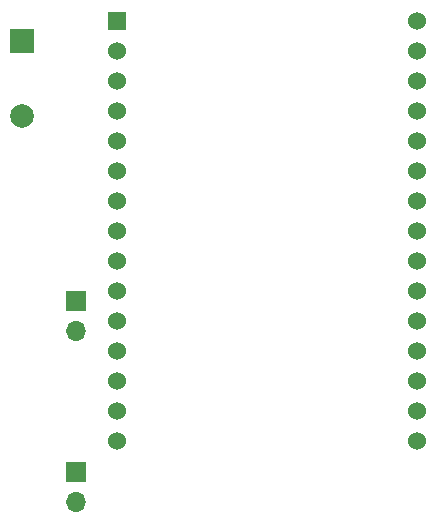
<source format=gbr>
%TF.GenerationSoftware,KiCad,Pcbnew,7.0.6-0*%
%TF.CreationDate,2023-10-04T12:55:05+01:00*%
%TF.ProjectId,NostrZapLamp,4e6f7374-725a-4617-904c-616d702e6b69,rev?*%
%TF.SameCoordinates,Original*%
%TF.FileFunction,Soldermask,Bot*%
%TF.FilePolarity,Negative*%
%FSLAX46Y46*%
G04 Gerber Fmt 4.6, Leading zero omitted, Abs format (unit mm)*
G04 Created by KiCad (PCBNEW 7.0.6-0) date 2023-10-04 12:55:05*
%MOMM*%
%LPD*%
G01*
G04 APERTURE LIST*
%ADD10R,2.000000X2.000000*%
%ADD11C,2.000000*%
%ADD12R,1.700000X1.700000*%
%ADD13O,1.700000X1.700000*%
%ADD14R,1.524000X1.524000*%
%ADD15C,1.524000*%
G04 APERTURE END LIST*
D10*
%TO.C,BZ1*%
X115062000Y-77253216D03*
D11*
X115062000Y-83613216D03*
%TD*%
D12*
%TO.C,J1*%
X119634000Y-113797000D03*
D13*
X119634000Y-116337000D03*
%TD*%
D12*
%TO.C,J2*%
X119634000Y-99314000D03*
D13*
X119634000Y-101854000D03*
%TD*%
D14*
%TO.C,U1*%
X123063000Y-75565000D03*
D15*
X123063000Y-78105000D03*
X123063000Y-80645000D03*
X123063000Y-83185000D03*
X123063000Y-85725000D03*
X123063000Y-88265000D03*
X123063000Y-90805000D03*
X123063000Y-93345000D03*
X123063000Y-95885000D03*
X123063000Y-98425000D03*
X123063000Y-100965000D03*
X123063000Y-103505000D03*
X123063000Y-106045000D03*
X123063000Y-108585000D03*
X123063000Y-111125000D03*
X148463000Y-111125000D03*
X148463000Y-108585000D03*
X148463000Y-106045000D03*
X148463000Y-103505000D03*
X148463000Y-100965000D03*
X148463000Y-98425000D03*
X148463000Y-95885000D03*
X148463000Y-93345000D03*
X148463000Y-90805000D03*
X148463000Y-88265000D03*
X148463000Y-85725000D03*
X148463000Y-83185000D03*
X148463000Y-80645000D03*
X148463000Y-78105000D03*
X148463000Y-75565000D03*
%TD*%
M02*

</source>
